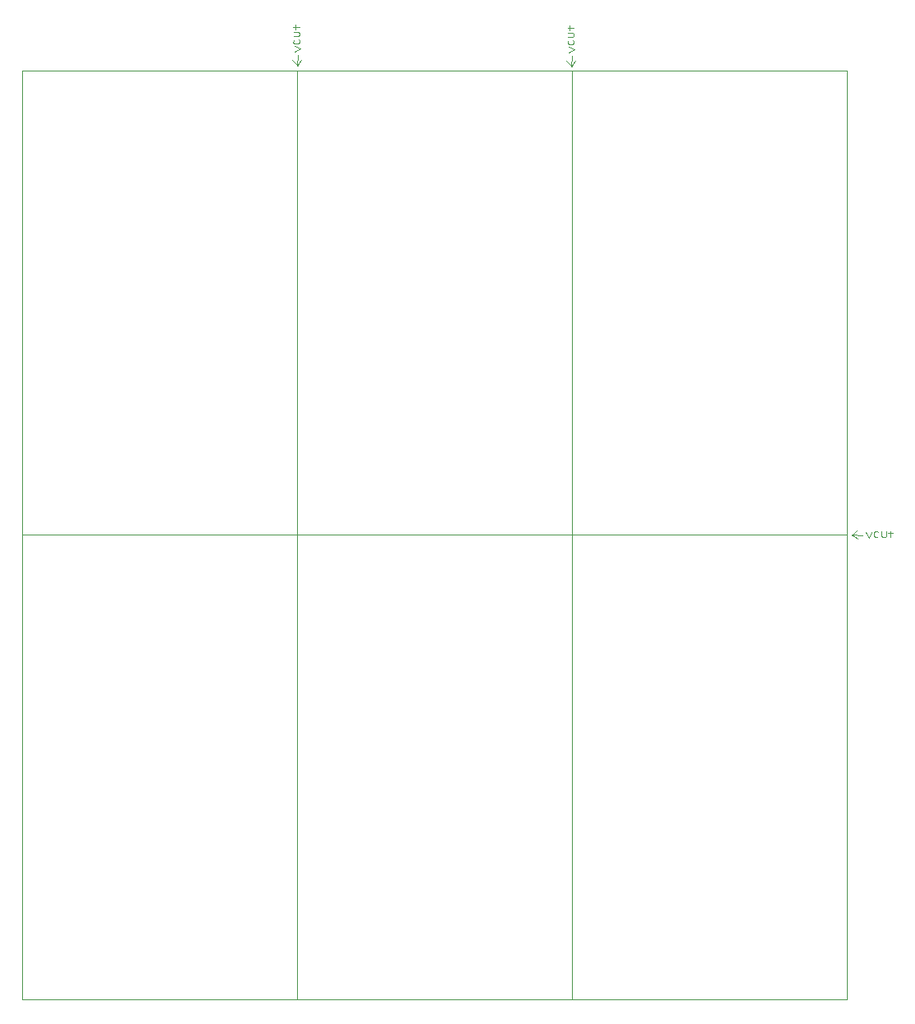
<source format=gm1>
%TF.GenerationSoftware,KiCad,Pcbnew,(5.1.10-1-10_14)*%
%TF.CreationDate,2022-06-03T02:51:19+09:00*%
%TF.ProjectId,jtag_sniffer_jig,6a746167-5f73-46e6-9966-6665725f6a69,rev?*%
%TF.SameCoordinates,Original*%
%TF.FileFunction,Profile,NP*%
%FSLAX46Y46*%
G04 Gerber Fmt 4.6, Leading zero omitted, Abs format (unit mm)*
G04 Created by KiCad (PCBNEW (5.1.10-1-10_14)) date 2022-06-03 02:51:19*
%MOMM*%
%LPD*%
G01*
G04 APERTURE LIST*
%TA.AperFunction,Profile*%
%ADD10C,0.050000*%
%TD*%
G04 APERTURE END LIST*
D10*
X174540000Y-89460000D02*
X174540000Y-89200000D01*
X174410000Y-89100000D02*
X173940000Y-89110000D01*
X174030000Y-91210000D02*
X174600000Y-90840000D01*
X174600000Y-90840000D02*
X174030000Y-90610000D01*
X174060000Y-89890000D02*
X173910000Y-90020000D01*
X174410000Y-89590000D02*
X174540000Y-89460000D01*
X174310000Y-92590000D02*
X174330000Y-91540000D01*
X173940000Y-89600000D02*
X174410000Y-89590000D01*
X174070000Y-90350000D02*
X174390000Y-90360000D01*
X174330000Y-92600000D02*
X173760000Y-92040000D01*
X174080000Y-88900000D02*
X174080000Y-88390000D01*
X173910000Y-90020000D02*
X173900000Y-90240000D01*
X174310000Y-92600000D02*
X174730000Y-92050000D01*
X173900000Y-90240000D02*
X174070000Y-90350000D01*
X174390000Y-90360000D02*
X174560000Y-90270000D01*
X174560000Y-90020000D02*
X174430000Y-89890000D01*
X174560000Y-90270000D02*
X174560000Y-90020000D01*
X173900000Y-88650000D02*
X174530000Y-88650000D01*
X174540000Y-89200000D02*
X174410000Y-89100000D01*
X202830000Y-89550000D02*
X202830000Y-89290000D01*
X202700000Y-89190000D02*
X202230000Y-89200000D01*
X202320000Y-91300000D02*
X202890000Y-90930000D01*
X202890000Y-90930000D02*
X202320000Y-90700000D01*
X202350000Y-89980000D02*
X202200000Y-90110000D01*
X202700000Y-89680000D02*
X202830000Y-89550000D01*
X202600000Y-92680000D02*
X202620000Y-91630000D01*
X202230000Y-89690000D02*
X202700000Y-89680000D01*
X202360000Y-90440000D02*
X202680000Y-90450000D01*
X202620000Y-92690000D02*
X202050000Y-92130000D01*
X202370000Y-88990000D02*
X202370000Y-88480000D01*
X202200000Y-90110000D02*
X202190000Y-90330000D01*
X202600000Y-92690000D02*
X203020000Y-92140000D01*
X202190000Y-90330000D02*
X202360000Y-90440000D01*
X202680000Y-90450000D02*
X202850000Y-90360000D01*
X202850000Y-90110000D02*
X202720000Y-89980000D01*
X202850000Y-90360000D02*
X202850000Y-90110000D01*
X202190000Y-88740000D02*
X202820000Y-88740000D01*
X202830000Y-89290000D02*
X202700000Y-89190000D01*
X235510000Y-140580000D02*
X235510000Y-141210000D01*
X235260000Y-140760000D02*
X235770000Y-140760000D01*
X235060000Y-141090000D02*
X235050000Y-140620000D01*
X234960000Y-141220000D02*
X235060000Y-141090000D01*
X234700000Y-141220000D02*
X234960000Y-141220000D01*
X234570000Y-141090000D02*
X234700000Y-141220000D01*
X234560000Y-140620000D02*
X234570000Y-141090000D01*
X234140000Y-141240000D02*
X234270000Y-141110000D01*
X233890000Y-141240000D02*
X234140000Y-141240000D01*
X233800000Y-141070000D02*
X233890000Y-141240000D01*
X233810000Y-140750000D02*
X233800000Y-141070000D01*
X233920000Y-140580000D02*
X233810000Y-140750000D01*
X234140000Y-140590000D02*
X233920000Y-140580000D01*
X234270000Y-140740000D02*
X234140000Y-140590000D01*
X233320000Y-141280000D02*
X233550000Y-140710000D01*
X232950000Y-140710000D02*
X233320000Y-141280000D01*
X231570000Y-140990000D02*
X232620000Y-141010000D01*
X231560000Y-140990000D02*
X232110000Y-141410000D01*
X231560000Y-141010000D02*
X232120000Y-140440000D01*
X202630000Y-141000000D02*
X202630000Y-188880000D01*
X174270000Y-141000000D02*
X174270000Y-188880000D01*
X145910000Y-141000000D02*
X145910000Y-188880000D01*
X202630000Y-93120000D02*
X202630000Y-141000000D01*
X174270000Y-93120000D02*
X174270000Y-141000000D01*
X230990000Y-141000000D02*
X202630000Y-141000000D01*
X202630000Y-141000000D02*
X174270000Y-141000000D01*
X174270000Y-141000000D02*
X145910000Y-141000000D01*
X230990000Y-93120000D02*
X202630000Y-93120000D01*
X202630000Y-93120000D02*
X174270000Y-93120000D01*
X230990000Y-141000000D02*
X230990000Y-188880000D01*
X202630000Y-141000000D02*
X202630000Y-188880000D01*
X174270000Y-141000000D02*
X174270000Y-188880000D01*
X230990000Y-93120000D02*
X230990000Y-141000000D01*
X202630000Y-93120000D02*
X202630000Y-141000000D01*
X202630000Y-188880000D02*
X230990000Y-188880000D01*
X174270000Y-188880000D02*
X202630000Y-188880000D01*
X145910000Y-188880000D02*
X174270000Y-188880000D01*
X202630000Y-141000000D02*
X230990000Y-141000000D01*
X174270000Y-141000000D02*
X202630000Y-141000000D01*
X145910000Y-141000000D02*
X174270000Y-141000000D01*
X174270000Y-93120000D02*
X174270000Y-141000000D01*
X174270000Y-93120000D02*
X145910000Y-93120000D01*
X145910000Y-93120000D02*
X145910000Y-141000000D01*
M02*

</source>
